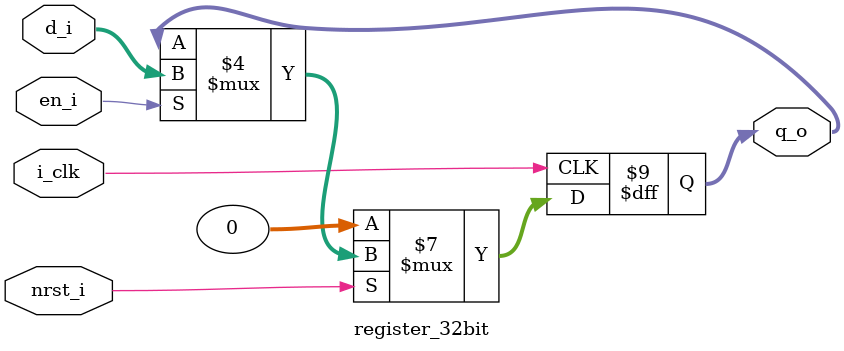
<source format=sv>
  module register_32bit (
      input  wire        i_clk,
      input  wire        nrst_i,
      input  wire        en_i,
      input  wire [31:0] d_i,
      output reg  [31:0] q_o
  ); //da hal check va khong co loi

    always @(posedge i_clk) begin
      if (~nrst_i) begin
        q_o <= 0;
      end else if (en_i) begin
        q_o <= d_i;
      end else begin
         q_o <= q_o;
      end
    end
  endmodule


</source>
